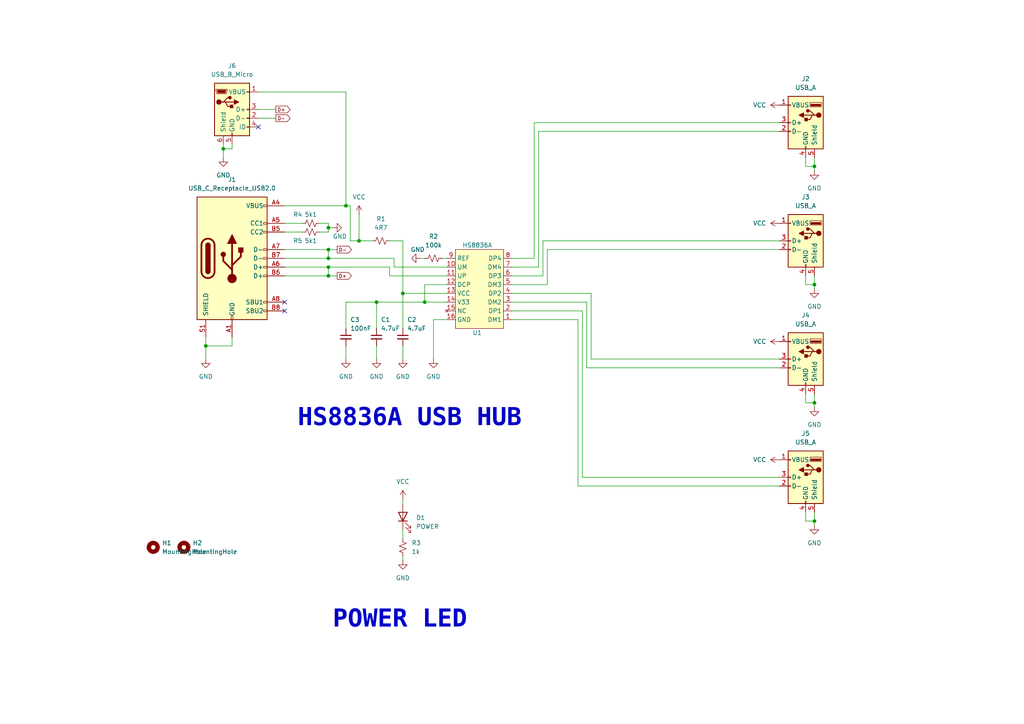
<source format=kicad_sch>
(kicad_sch (version 20230121) (generator eeschema)
  (paper "A4")
  (lib_symbols
    (symbol "Connector:USB_A" (pin_names (offset 1.016))
      (property "Reference" "J" (at -5.08 11.43 0))
      (property "Value" "USB_A" (at -5.08 8.89 0))
      (symbol "USB_A_0_1"
        (rectangle (start -5.08 -7.62) (end 5.08 7.62) (stroke (width 0.254)) (fill (type background)))
        (circle (center -3.81 2.159) (radius 0.635) (stroke (width 0.254)) (fill (type outline)))
        (rectangle (start -1.524 4.826) (end -4.318 5.334) (fill (type outline)))
        (rectangle (start -1.27 4.572) (end -4.572 5.842))
        (circle (center -0.635 3.429) (radius 0.381) (stroke (width 0.254)) (fill (type outline)))
        (rectangle (start -0.127 -7.62) (end 0.127 -6.858))
        (polyline (pts (xy -3.175 2.159) (xy -2.54 2.159) (xy -1.27 3.429) (xy -0.635 3.429)) (stroke (width 0.254)))
        (polyline (pts (xy -2.54 2.159) (xy -1.905 2.159) (xy -1.27 0.889) (xy 0 0.889)) (stroke (width 0.254)))
        (polyline (pts (xy 0.635 2.794) (xy 0.635 1.524) (xy 1.905 2.159) (xy 0.635 2.794)) (stroke (width 0.254)) (fill (type outline)))
        (rectangle (start 0.254 1.27) (end -0.508 0.508) (stroke (width 0.254)) (fill (type outline)))
        (rectangle (start 5.08 -2.667) (end 4.318 -2.413))
        (rectangle (start 5.08 -0.127) (end 4.318 0.127))
        (rectangle (start 5.08 4.953) (end 4.318 5.207))
      )
      (symbol "USB_A_1_1"
        (polyline (pts (xy -1.905 2.159) (xy 0.635 2.159)) (stroke (width 0.254)))
        (pin power_in line (at 7.62 5.08 180) (length 2.54) (name "VBUS") (number "1"))
        (pin bidirectional line (at 7.62 -2.54 180) (length 2.54) (name "D-") (number "2"))
        (pin bidirectional line (at 7.62 0 180) (length 2.54) (name "D+") (number "3"))
        (pin power_in line (at 0 -10.16 90) (length 2.54) (name "GND") (number "4"))
        (pin passive line (at -2.54 -10.16 90) (length 2.54) (name "Shield") (number "5"))
      )
    )
    (symbol "Connector:USB_B_Micro" (pin_names (offset 1.016))
      (property "Reference" "J" (at -5.08 11.43 0))
      (property "Value" "USB_B_Micro" (at -5.08 8.89 0))
      (symbol "USB_B_Micro_0_1"
        (rectangle (start -5.08 -7.62) (end 5.08 7.62) (stroke (width 0.254)) (fill (type background)))
        (circle (center -3.81 2.159) (radius 0.635) (stroke (width 0.254)) (fill (type outline)))
        (circle (center -0.635 3.429) (radius 0.381) (stroke (width 0.254)) (fill (type outline)))
        (rectangle (start -0.127 -7.62) (end 0.127 -6.858))
        (polyline (pts (xy -1.905 2.159) (xy 0.635 2.159)) (stroke (width 0.254)))
        (polyline (pts (xy -3.175 2.159) (xy -2.54 2.159) (xy -1.27 3.429) (xy -0.635 3.429)) (stroke (width 0.254)))
        (polyline (pts (xy -2.54 2.159) (xy -1.905 2.159) (xy -1.27 0.889) (xy 0 0.889)) (stroke (width 0.254)))
        (polyline (pts (xy 0.635 2.794) (xy 0.635 1.524) (xy 1.905 2.159) (xy 0.635 2.794)) (stroke (width 0.254)) (fill (type outline)))
        (polyline (pts (xy -4.318 5.588) (xy -1.778 5.588) (xy -2.032 4.826) (xy -4.064 4.826) (xy -4.318 5.588)) (fill (type outline)))
        (polyline (pts (xy -4.699 5.842) (xy -4.699 5.588) (xy -4.445 4.826) (xy -4.445 4.572) (xy -1.651 4.572) (xy -1.651 4.826) (xy -1.397 5.588) (xy -1.397 5.842) (xy -4.699 5.842)))
        (rectangle (start 0.254 1.27) (end -0.508 0.508) (stroke (width 0.254)) (fill (type outline)))
        (rectangle (start 5.08 -5.207) (end 4.318 -4.953))
        (rectangle (start 5.08 -2.667) (end 4.318 -2.413))
        (rectangle (start 5.08 -0.127) (end 4.318 0.127))
        (rectangle (start 5.08 4.953) (end 4.318 5.207))
      )
      (symbol "USB_B_Micro_1_1"
        (pin power_out line (at 7.62 5.08 180) (length 2.54) (name "VBUS") (number "1"))
        (pin bidirectional line (at 7.62 -2.54 180) (length 2.54) (name "D-") (number "2"))
        (pin bidirectional line (at 7.62 0 180) (length 2.54) (name "D+") (number "3"))
        (pin passive line (at 7.62 -5.08 180) (length 2.54) (name "ID") (number "4"))
        (pin power_out line (at 0 -10.16 90) (length 2.54) (name "GND") (number "5"))
        (pin passive line (at -2.54 -10.16 90) (length 2.54) (name "Shield") (number "6"))
      )
    )
    (symbol "Connector:USB_C_Receptacle_USB2.0" (pin_names (offset 1.016))
      (property "Reference" "J" (at -10.16 19.05 0))
      (property "Value" "USB_C_Receptacle_USB2.0" (at 19.05 19.05 0))
      (symbol "USB_C_Receptacle_USB2.0_0_0"
        (rectangle (start -0.254 -17.78) (end 0.254 -16.764))
        (rectangle (start 10.16 -14.986) (end 9.144 -15.494))
        (rectangle (start 10.16 -12.446) (end 9.144 -12.954))
        (rectangle (start 10.16 -4.826) (end 9.144 -5.334))
        (rectangle (start 10.16 -2.286) (end 9.144 -2.794))
        (rectangle (start 10.16 0.254) (end 9.144 -0.254))
        (rectangle (start 10.16 2.794) (end 9.144 2.286))
        (rectangle (start 10.16 7.874) (end 9.144 7.366))
        (rectangle (start 10.16 10.414) (end 9.144 9.906))
        (rectangle (start 10.16 15.494) (end 9.144 14.986))
      )
      (symbol "USB_C_Receptacle_USB2.0_0_1"
        (rectangle (start -10.16 17.78) (end 10.16 -17.78) (stroke (width 0.254)) (fill (type background)))
        (arc (start -8.89 -3.81) (mid -6.985 -5.7067) (end -5.08 -3.81) (stroke (width 0.508)))
        (arc (start -7.62 -3.81) (mid -6.985 -4.4423) (end -6.35 -3.81) (stroke (width 0.254)))
        (arc (start -7.62 -3.81) (mid -6.985 -4.4423) (end -6.35 -3.81) (stroke (width 0.254)) (fill (type outline)))
        (rectangle (start -7.62 -3.81) (end -6.35 3.81) (stroke (width 0.254)) (fill (type outline)))
        (arc (start -6.35 3.81) (mid -6.985 4.4423) (end -7.62 3.81) (stroke (width 0.254)))
        (arc (start -6.35 3.81) (mid -6.985 4.4423) (end -7.62 3.81) (stroke (width 0.254)) (fill (type outline)))
        (arc (start -5.08 3.81) (mid -6.985 5.7067) (end -8.89 3.81) (stroke (width 0.508)))
        (circle (center -2.54 1.143) (radius 0.635) (stroke (width 0.254)) (fill (type outline)))
        (circle (center 0 -5.842) (radius 1.27) (fill (type outline)))
        (polyline (pts (xy -8.89 -3.81) (xy -8.89 3.81)) (stroke (width 0.508)))
        (polyline (pts (xy -5.08 3.81) (xy -5.08 -3.81)) (stroke (width 0.508)))
        (polyline (pts (xy 0 -5.842) (xy 0 4.318)) (stroke (width 0.508)))
        (polyline (pts (xy 0 -3.302) (xy -2.54 -0.762) (xy -2.54 0.508)) (stroke (width 0.508)))
        (polyline (pts (xy 0 -2.032) (xy 2.54 0.508) (xy 2.54 1.778)) (stroke (width 0.508)))
        (polyline (pts (xy -1.27 4.318) (xy 0 6.858) (xy 1.27 4.318) (xy -1.27 4.318)) (stroke (width 0.254)) (fill (type outline)))
        (rectangle (start 1.905 1.778) (end 3.175 3.048) (stroke (width 0.254)) (fill (type outline)))
      )
      (symbol "USB_C_Receptacle_USB2.0_1_1"
        (pin passive line (at 0 -22.86 90) (length 5.08) (name "GND") (number "A1"))
        (pin passive line (at 0 -22.86 90) (length 5.08) hide (name "GND") (number "A12"))
        (pin passive line (at 15.24 15.24 180) (length 5.08) (name "VBUS") (number "A4"))
        (pin bidirectional line (at 15.24 10.16 180) (length 5.08) (name "CC1") (number "A5"))
        (pin bidirectional line (at 15.24 -2.54 180) (length 5.08) (name "D+") (number "A6"))
        (pin bidirectional line (at 15.24 2.54 180) (length 5.08) (name "D-") (number "A7"))
        (pin bidirectional line (at 15.24 -12.7 180) (length 5.08) (name "SBU1") (number "A8"))
        (pin passive line (at 15.24 15.24 180) (length 5.08) hide (name "VBUS") (number "A9"))
        (pin passive line (at 0 -22.86 90) (length 5.08) hide (name "GND") (number "B1"))
        (pin passive line (at 0 -22.86 90) (length 5.08) hide (name "GND") (number "B12"))
        (pin passive line (at 15.24 15.24 180) (length 5.08) hide (name "VBUS") (number "B4"))
        (pin bidirectional line (at 15.24 7.62 180) (length 5.08) (name "CC2") (number "B5"))
        (pin bidirectional line (at 15.24 -5.08 180) (length 5.08) (name "D+") (number "B6"))
        (pin bidirectional line (at 15.24 0 180) (length 5.08) (name "D-") (number "B7"))
        (pin bidirectional line (at 15.24 -15.24 180) (length 5.08) (name "SBU2") (number "B8"))
        (pin passive line (at 15.24 15.24 180) (length 5.08) hide (name "VBUS") (number "B9"))
        (pin passive line (at -7.62 -22.86 90) (length 5.08) (name "SHIELD") (number "S1"))
      )
    )
    (symbol "Device:C_Small" (pin_numbers hide) (pin_names (offset 0.254) hide)
      (property "Reference" "C" (at 0.254 1.778 0))
      (property "Value" "C_Small" (at 0.254 -2.032 0))
      (symbol "C_Small_0_1"
        (polyline (pts (xy -1.524 -0.508) (xy 1.524 -0.508)) (stroke (width 0.3302)))
        (polyline (pts (xy -1.524 0.508) (xy 1.524 0.508)) (stroke (width 0.3048)))
      )
      (symbol "C_Small_1_1"
        (pin passive line (at 0 2.54 270) (length 2.032) (name "~") (number "1"))
        (pin passive line (at 0 -2.54 90) (length 2.032) (name "~") (number "2"))
      )
    )
    (symbol "Device:LED" (pin_numbers hide) (pin_names (offset 1.016) hide)
      (property "Reference" "D" (at 0 2.54 0))
      (property "Value" "LED" (at 0 -2.54 0))
      (symbol "LED_0_1"
        (polyline (pts (xy -1.27 -1.27) (xy -1.27 1.27)) (stroke (width 0.254)))
        (polyline (pts (xy -1.27 0) (xy 1.27 0)))
        (polyline (pts (xy 1.27 -1.27) (xy 1.27 1.27) (xy -1.27 0) (xy 1.27 -1.27)) (stroke (width 0.254)))
        (polyline (pts (xy -3.048 -0.762) (xy -4.572 -2.286) (xy -3.81 -2.286) (xy -4.572 -2.286) (xy -4.572 -1.524)))
        (polyline (pts (xy -1.778 -0.762) (xy -3.302 -2.286) (xy -2.54 -2.286) (xy -3.302 -2.286) (xy -3.302 -1.524)))
      )
      (symbol "LED_1_1"
        (pin passive line (at -3.81 0 0) (length 2.54) (name "K") (number "1"))
        (pin passive line (at 3.81 0 180) (length 2.54) (name "A") (number "2"))
      )
    )
    (symbol "Device:R_Small_US" (pin_numbers hide) (pin_names (offset 0.254) hide)
      (property "Reference" "R" (at 0.762 0.508 0))
      (property "Value" "R_Small_US" (at 0.762 -1.016 0))
      (symbol "R_Small_US_1_1"
        (polyline (pts (xy 0 0) (xy 1.016 -0.381) (xy 0 -0.762) (xy -1.016 -1.143) (xy 0 -1.524)))
        (polyline (pts (xy 0 1.524) (xy 1.016 1.143) (xy 0 0.762) (xy -1.016 0.381) (xy 0 0)))
        (pin passive line (at 0 2.54 270) (length 1.016) (name "~") (number "1"))
        (pin passive line (at 0 -2.54 90) (length 1.016) (name "~") (number "2"))
      )
    )
    (symbol "EzerLonginus:HS8836A"
      (property "Reference" "U" (at 0 11.43 0))
      (symbol "HS8836A_1_1"
        (rectangle (start -7.62 10.16) (end 6.35 -12.7) (fill (type background)))
        (pin output line (at -10.16 7.62 0) (length 2.54) (name "DM1") (number "1"))
        (pin input line (at 8.89 -7.62 180) (length 2.54) (name "UM") (number "10"))
        (pin input line (at 8.89 -5.08 180) (length 2.54) (name "UP") (number "11"))
        (pin output line (at 8.89 -2.54 180) (length 2.54) (name "DCP") (number "12"))
        (pin power_in line (at 8.89 0 180) (length 2.54) (name "VCC") (number "13"))
        (pin power_in line (at 8.89 2.54 180) (length 2.54) (name "V33") (number "14"))
        (pin no_connect line (at 8.89 5.08 180) (length 2.54) (name "NC") (number "15"))
        (pin power_in line (at 8.89 7.62 180) (length 2.54) (name "GND") (number "16"))
        (pin output line (at -10.16 5.08 0) (length 2.54) (name "DP1") (number "2"))
        (pin output line (at -10.16 2.54 0) (length 2.54) (name "DM2") (number "3"))
        (pin output line (at -10.16 0 0) (length 2.54) (name "DP2") (number "4"))
        (pin output line (at -10.16 -2.54 0) (length 2.54) (name "DM3") (number "5"))
        (pin output line (at -10.16 -5.08 0) (length 2.54) (name "DP3") (number "6"))
        (pin output line (at -10.16 -7.62 0) (length 2.54) (name "DM4") (number "7"))
        (pin output line (at -10.16 -10.16 0) (length 2.54) (name "DP4") (number "8"))
        (pin output line (at 8.89 -10.16 180) (length 2.54) (name "REF") (number "9"))
      )
    )
    (symbol "Mechanical:MountingHole" (pin_names (offset 1.016))
      (property "Reference" "H" (at 0 5.08 0))
      (property "Value" "MountingHole" (at 0 3.175 0))
      (symbol "MountingHole_0_1"
        (circle (center 0 0) (radius 1.27) (stroke (width 1.27)))
      )
    )
    (symbol "power:GND" (power) (pin_names (offset 0))
      (property "Value" "GND" (at 0 -3.81 0))
      (symbol "GND_0_1"
        (polyline (pts (xy 0 0) (xy 0 -1.27) (xy 1.27 -1.27) (xy 0 -2.54) (xy -1.27 -1.27) (xy 0 -1.27)))
      )
      (symbol "GND_1_1"
        (pin power_in line (at 0 0 270) (length 0) hide (name "GND") (number "1"))
      )
    )
    (symbol "power:VCC" (power) (pin_names (offset 0))
      (property "Value" "VCC" (at 0 3.81 0))
      (symbol "VCC_0_1"
        (polyline (pts (xy -0.762 1.27) (xy 0 2.54)))
        (polyline (pts (xy 0 0) (xy 0 2.54)))
        (polyline (pts (xy 0 2.54) (xy 0.762 1.27)))
      )
      (symbol "VCC_1_1"
        (pin power_in line (at 0 0 90) (length 0) hide (name "VCC") (number "1"))
      )
    )
  )
  (junction (at 95.25 77.47))
  (junction (at 95.25 66.04))
  (junction (at 116.84 85.09))
  (junction (at 109.22 87.63))
  (junction (at 64.77 43.18))
  (junction (at 236.22 48.26))
  (junction (at 95.25 80.01))
  (junction (at 95.25 72.39))
  (junction (at 236.22 151.13))
  (junction (at 59.69 100.33))
  (junction (at 123.19 87.63))
  (junction (at 100.33 59.69))
  (junction (at 236.22 116.84))
  (junction (at 236.22 82.55))
  (junction (at 104.14 69.85))
  (junction (at 95.25 74.93))
  (no_connect (at 82.55 90.17))
  (no_connect (at 82.55 87.63))
  (no_connect (at 74.93 36.83))
  (wire (pts (xy 129.54 82.55) (xy 123.19 82.55)))
  (wire (pts (xy 100.33 100.33) (xy 100.33 104.14)))
  (wire (pts (xy 114.3 77.47) (xy 129.54 77.47)))
  (wire (pts (xy 156.21 77.47) (xy 156.21 38.1)))
  (wire (pts (xy 113.03 80.01) (xy 129.54 80.01)))
  (wire (pts (xy 123.19 82.55) (xy 123.19 87.63)))
  (wire (pts (xy 236.22 48.26) (xy 236.22 49.53)))
  (wire (pts (xy 226.06 69.85) (xy 157.48 69.85)))
  (wire (pts (xy 170.18 87.63) (xy 170.18 106.68)))
  (wire (pts (xy 59.69 100.33) (xy 59.69 104.14)))
  (wire (pts (xy 74.93 31.75) (xy 80.01 31.75)))
  (wire (pts (xy 233.68 114.3) (xy 233.68 116.84)))
  (wire (pts (xy 100.33 87.63) (xy 100.33 95.25)))
  (wire (pts (xy 95.25 67.31) (xy 92.71 67.31)))
  (wire (pts (xy 236.22 114.3) (xy 236.22 116.84)))
  (wire (pts (xy 116.84 144.78) (xy 116.84 146.05)))
  (wire (pts (xy 82.55 74.93) (xy 95.25 74.93)))
  (wire (pts (xy 59.69 100.33) (xy 67.31 100.33)))
  (wire (pts (xy 101.6 59.69) (xy 101.6 69.85)))
  (wire (pts (xy 157.48 69.85) (xy 157.48 80.01)))
  (wire (pts (xy 95.25 80.01) (xy 97.79 80.01)))
  (wire (pts (xy 233.68 48.26) (xy 236.22 48.26)))
  (wire (pts (xy 114.3 74.93) (xy 114.3 77.47)))
  (wire (pts (xy 148.59 90.17) (xy 168.91 90.17)))
  (wire (pts (xy 233.68 148.59) (xy 233.68 151.13)))
  (wire (pts (xy 95.25 64.77) (xy 95.25 66.04)))
  (wire (pts (xy 236.22 82.55) (xy 236.22 83.82)))
  (wire (pts (xy 116.84 85.09) (xy 116.84 95.25)))
  (wire (pts (xy 64.77 43.18) (xy 64.77 45.72)))
  (wire (pts (xy 148.59 77.47) (xy 156.21 77.47)))
  (wire (pts (xy 158.75 72.39) (xy 226.06 72.39)))
  (wire (pts (xy 123.19 87.63) (xy 109.22 87.63)))
  (wire (pts (xy 104.14 69.85) (xy 107.95 69.85)))
  (wire (pts (xy 121.92 74.93) (xy 123.19 74.93)))
  (wire (pts (xy 123.19 87.63) (xy 129.54 87.63)))
  (wire (pts (xy 226.06 104.14) (xy 171.45 104.14)))
  (wire (pts (xy 104.14 62.23) (xy 104.14 69.85)))
  (wire (pts (xy 82.55 64.77) (xy 87.63 64.77)))
  (wire (pts (xy 158.75 82.55) (xy 158.75 72.39)))
  (wire (pts (xy 171.45 85.09) (xy 171.45 104.14)))
  (wire (pts (xy 167.64 92.71) (xy 167.64 140.97)))
  (wire (pts (xy 148.59 82.55) (xy 158.75 82.55)))
  (wire (pts (xy 95.25 72.39) (xy 97.79 72.39)))
  (wire (pts (xy 109.22 87.63) (xy 109.22 95.25)))
  (wire (pts (xy 233.68 45.72) (xy 233.68 48.26)))
  (wire (pts (xy 236.22 151.13) (xy 236.22 152.4)))
  (wire (pts (xy 226.06 35.56) (xy 154.94 35.56)))
  (wire (pts (xy 129.54 92.71) (xy 125.73 92.71)))
  (wire (pts (xy 74.93 26.67) (xy 100.33 26.67)))
  (wire (pts (xy 116.84 153.67) (xy 116.84 156.21)))
  (wire (pts (xy 233.68 151.13) (xy 236.22 151.13)))
  (wire (pts (xy 125.73 92.71) (xy 125.73 104.14)))
  (wire (pts (xy 168.91 138.43) (xy 168.91 90.17)))
  (wire (pts (xy 64.77 41.91) (xy 64.77 43.18)))
  (wire (pts (xy 95.25 66.04) (xy 95.25 67.31)))
  (wire (pts (xy 148.59 87.63) (xy 170.18 87.63)))
  (wire (pts (xy 116.84 69.85) (xy 113.03 69.85)))
  (wire (pts (xy 233.68 80.01) (xy 233.68 82.55)))
  (wire (pts (xy 100.33 59.69) (xy 101.6 59.69)))
  (wire (pts (xy 128.27 74.93) (xy 129.54 74.93)))
  (wire (pts (xy 67.31 43.18) (xy 64.77 43.18)))
  (wire (pts (xy 59.69 97.79) (xy 59.69 100.33)))
  (wire (pts (xy 109.22 100.33) (xy 109.22 104.14)))
  (wire (pts (xy 82.55 77.47) (xy 95.25 77.47)))
  (wire (pts (xy 116.84 104.14) (xy 116.84 100.33)))
  (wire (pts (xy 82.55 80.01) (xy 95.25 80.01)))
  (wire (pts (xy 167.64 140.97) (xy 226.06 140.97)))
  (wire (pts (xy 233.68 82.55) (xy 236.22 82.55)))
  (wire (pts (xy 95.25 77.47) (xy 113.03 77.47)))
  (wire (pts (xy 101.6 69.85) (xy 104.14 69.85)))
  (wire (pts (xy 82.55 59.69) (xy 100.33 59.69)))
  (wire (pts (xy 100.33 26.67) (xy 100.33 59.69)))
  (wire (pts (xy 129.54 85.09) (xy 116.84 85.09)))
  (wire (pts (xy 67.31 41.91) (xy 67.31 43.18)))
  (wire (pts (xy 236.22 45.72) (xy 236.22 48.26)))
  (wire (pts (xy 82.55 67.31) (xy 87.63 67.31)))
  (wire (pts (xy 226.06 138.43) (xy 168.91 138.43)))
  (wire (pts (xy 170.18 106.68) (xy 226.06 106.68)))
  (wire (pts (xy 233.68 116.84) (xy 236.22 116.84)))
  (wire (pts (xy 156.21 38.1) (xy 226.06 38.1)))
  (wire (pts (xy 236.22 116.84) (xy 236.22 118.11)))
  (wire (pts (xy 116.84 162.56) (xy 116.84 161.29)))
  (wire (pts (xy 95.25 80.01) (xy 95.25 77.47)))
  (wire (pts (xy 148.59 92.71) (xy 167.64 92.71)))
  (wire (pts (xy 157.48 80.01) (xy 148.59 80.01)))
  (wire (pts (xy 113.03 77.47) (xy 113.03 80.01)))
  (wire (pts (xy 236.22 148.59) (xy 236.22 151.13)))
  (wire (pts (xy 236.22 80.01) (xy 236.22 82.55)))
  (wire (pts (xy 95.25 66.04) (xy 96.52 66.04)))
  (wire (pts (xy 154.94 35.56) (xy 154.94 74.93)))
  (wire (pts (xy 109.22 87.63) (xy 100.33 87.63)))
  (wire (pts (xy 82.55 72.39) (xy 95.25 72.39)))
  (wire (pts (xy 95.25 74.93) (xy 114.3 74.93)))
  (wire (pts (xy 154.94 74.93) (xy 148.59 74.93)))
  (wire (pts (xy 171.45 85.09) (xy 148.59 85.09)))
  (wire (pts (xy 74.93 34.29) (xy 80.01 34.29)))
  (wire (pts (xy 67.31 100.33) (xy 67.31 97.79)))
  (wire (pts (xy 92.71 64.77) (xy 95.25 64.77)))
  (wire (pts (xy 116.84 85.09) (xy 116.84 69.85)))
  (wire (pts (xy 95.25 72.39) (xy 95.25 74.93)))
  (text "HS8836A USB HUB" (at 86.36 125.73 0) (effects (font (size 5.14 5.14) (thickness 1.028) bold) (justify left bottom)))
  (text "POWER LED" (at 96.52 184.15 0) (effects (font (size 5.14 5.14) bold) (justify left bottom)))
  (global_label "D+" (shape output) (at 80.01 31.75 0) (effects (font (size 1 1))) (property "Intersheetrefs" "${INTERSHEET_REFS}" (effects hide)))
  (global_label "D-" (shape output) (at 80.01 34.29 0) (effects (font (size 1 1))) (property "Intersheetrefs" "${INTERSHEET_REFS}" (effects hide)))
  (global_label "D+" (shape output) (at 97.79 80.01 0) (effects (font (size 1 1))) (property "Intersheetrefs" "${INTERSHEET_REFS}" (effects hide)))
  (global_label "D-" (shape output) (at 97.79 72.39 0) (effects (font (size 1 1))) (property "Intersheetrefs" "${INTERSHEET_REFS}" (effects hide)))
  (symbol (lib_id "Connector:USB_A") (at 233.68 138.43 0) (mirror y) (unit 1)
    (property "Reference" "J5" (at 233.68 125.73 0))
    (property "Value" "USB_A" (at 233.68 128.27 0))
    (property "Footprint" "Connector_USB:USB_A_Molex_67643_Horizontal" (effects hide))
    (property "Datasheet" " ~" (effects hide))
  )
  (symbol (lib_id "EzerLonginus:HS8836A") (at 138.43 85.09 180) (unit 1)
    (property "Reference" "U1" (at 138.43 96.52 0))
    (property "Value" "HS8836A" (at 138.43 71.12 0))
    (property "Footprint" "Package_SO:SOP-16_4.4x10.4mm_P1.27mm" (effects hide))
  )
  (symbol (lib_id "Connector:USB_A") (at 233.68 35.56 0) (mirror y) (unit 1)
    (property "Reference" "J2" (at 233.68 22.86 0))
    (property "Value" "USB_A" (at 233.68 25.4 0))
    (property "Footprint" "Connector_USB:USB_A_Molex_67643_Horizontal" (effects hide))
    (property "Datasheet" " ~" (effects hide))
  )
  (symbol (lib_id "power:GND") (at 236.22 152.4 0) (unit 1)
    (property "Reference" "#PWR010" (effects hide))
    (property "Value" "GND" (at 236.22 157.48 0))
  )
  (symbol (lib_id "power:VCC") (at 104.14 62.23 0) (unit 1)
    (property "Reference" "#PWR011" (effects hide))
    (property "Value" "VCC" (at 104.14 57.15 0))
  )
  (symbol (lib_id "power:GND") (at 59.69 104.14 0) (unit 1)
    (property "Reference" "#PWR01" (effects hide))
    (property "Value" "GND" (at 59.69 109.22 0))
  )
  (symbol (lib_id "Mechanical:MountingHole") (at 53.34 158.75 0) (unit 1)
    (property "Reference" "H2" (at 55.88 157.48 0) (effects (justify left)))
    (property "Value" "MountingHole" (at 55.88 160.02 0) (effects (justify left)))
    (property "Footprint" "MountingHole:MountingHole_2.2mm_M2" (effects hide))
  )
  (symbol (lib_id "Device:C_Small") (at 100.33 97.79 0) (unit 1)
    (property "Reference" "C3" (at 101.6 92.71 0) (effects (justify left)))
    (property "Value" "100nF" (at 101.6 95.25 0) (effects (justify left)))
    (property "Footprint" "Capacitor_SMD:C_0603_1608Metric_Pad1.08x0.95mm_HandSolder" (effects hide))
  )
  (symbol (lib_id "power:GND") (at 236.22 83.82 0) (unit 1)
    (property "Reference" "#PWR08" (effects hide))
    (property "Value" "GND" (at 236.22 88.9 0))
  )
  (symbol (lib_id "Device:R_Small_US") (at 116.84 158.75 180) (unit 1)
    (property "Reference" "R3" (at 119.38 157.48 0) (effects (justify right)))
    (property "Value" "1k" (at 119.38 160.02 0) (effects (justify right)))
    (property "Footprint" "Resistor_SMD:R_0603_1608Metric_Pad0.98x0.95mm_HandSolder" (effects hide))
  )
  (symbol (lib_id "power:GND") (at 109.22 104.14 0) (unit 1)
    (property "Reference" "#PWR04" (effects hide))
    (property "Value" "GND" (at 109.22 109.22 0))
  )
  (symbol (lib_id "Device:R_Small_US") (at 110.49 69.85 90) (unit 1)
    (property "Reference" "R1" (at 110.49 63.5 90))
    (property "Value" "4R7" (at 110.49 66.04 90))
    (property "Footprint" "Resistor_SMD:R_0603_1608Metric_Pad0.98x0.95mm_HandSolder" (effects hide))
  )
  (symbol (lib_id "power:VCC") (at 226.06 133.35 90) (unit 1)
    (property "Reference" "#PWR015" (effects hide))
    (property "Value" "VCC" (at 222.25 133.35 90) (effects (justify left)))
  )
  (symbol (lib_id "power:VCC") (at 226.06 99.06 90) (unit 1)
    (property "Reference" "#PWR014" (effects hide))
    (property "Value" "VCC" (at 222.25 99.06 90) (effects (justify left)))
  )
  (symbol (lib_id "power:GND") (at 116.84 104.14 0) (unit 1)
    (property "Reference" "#PWR03" (effects hide))
    (property "Value" "GND" (at 116.84 109.22 0))
  )
  (symbol (lib_id "power:VCC") (at 116.84 144.78 0) (unit 1)
    (property "Reference" "#PWR017" (effects hide))
    (property "Value" "VCC" (at 116.84 139.7 0))
  )
  (symbol (lib_id "Mechanical:MountingHole") (at 44.45 158.75 0) (unit 1)
    (property "Reference" "H1" (at 46.99 157.48 0) (effects (justify left)))
    (property "Value" "MountingHole" (at 46.99 160.02 0) (effects (justify left)))
    (property "Footprint" "MountingHole:MountingHole_2.2mm_M2" (effects hide))
  )
  (symbol (lib_id "Device:R_Small_US") (at 125.73 74.93 90) (unit 1)
    (property "Reference" "R2" (at 125.73 68.58 90))
    (property "Value" "100k" (at 125.73 71.12 90))
    (property "Footprint" "Resistor_SMD:R_0603_1608Metric_Pad0.98x0.95mm_HandSolder" (effects hide))
  )
  (symbol (lib_id "Device:C_Small") (at 109.22 97.79 0) (unit 1)
    (property "Reference" "C1" (at 110.49 92.71 0) (effects (justify left)))
    (property "Value" "4.7uF" (at 110.49 95.25 0) (effects (justify left)))
    (property "Footprint" "Capacitor_SMD:C_0603_1608Metric_Pad1.08x0.95mm_HandSolder" (effects hide))
  )
  (symbol (lib_id "Connector:USB_B_Micro") (at 67.31 31.75 0) (unit 1)
    (property "Reference" "J6" (at 67.31 19.05 0))
    (property "Value" "USB_B_Micro" (at 67.31 21.59 0))
    (property "Footprint" "Connector_USB:USB_Micro-B_Amphenol_10118193-0001LF_Horizontal" (effects hide))
  )
  (symbol (lib_id "power:VCC") (at 226.06 64.77 90) (unit 1)
    (property "Reference" "#PWR013" (effects hide))
    (property "Value" "VCC" (at 222.25 64.77 90) (effects (justify left)))
  )
  (symbol (lib_id "Connector:USB_A") (at 233.68 69.85 0) (mirror y) (unit 1)
    (property "Reference" "J3" (at 233.68 57.15 0))
    (property "Value" "USB_A" (at 233.68 59.69 0))
    (property "Footprint" "Connector_USB:USB_A_Molex_67643_Horizontal" (effects hide))
    (property "Datasheet" " ~" (effects hide))
  )
  (symbol (lib_id "power:GND") (at 96.52 66.04 90) (unit 1)
    (property "Reference" "#PWR018" (effects hide))
    (property "Value" "GND" (at 96.52 68.58 90) (effects (justify right)))
  )
  (symbol (lib_id "power:VCC") (at 226.06 30.48 90) (unit 1)
    (property "Reference" "#PWR012" (effects hide))
    (property "Value" "VCC" (at 222.25 30.48 90) (effects (justify left)))
  )
  (symbol (lib_id "power:GND") (at 236.22 49.53 0) (unit 1)
    (property "Reference" "#PWR07" (effects hide))
    (property "Value" "GND" (at 236.22 54.61 0))
  )
  (symbol (lib_id "Device:C_Small") (at 116.84 97.79 0) (unit 1)
    (property "Reference" "C2" (at 118.11 92.71 0) (effects (justify left)))
    (property "Value" "4.7uF" (at 118.11 95.25 0) (effects (justify left)))
    (property "Footprint" "Capacitor_SMD:C_0603_1608Metric_Pad1.08x0.95mm_HandSolder" (effects hide))
  )
  (symbol (lib_id "Device:R_Small_US") (at 90.17 64.77 90) (unit 1)
    (property "Reference" "R4" (at 86.36 62.23 90))
    (property "Value" "5k1" (at 90.17 62.23 90))
    (property "Footprint" "Resistor_SMD:R_0603_1608Metric_Pad0.98x0.95mm_HandSolder" (effects hide))
  )
  (symbol (lib_id "Device:LED") (at 116.84 149.86 90) (unit 1)
    (property "Reference" "D1" (at 120.65 150.1775 90) (effects (justify right)))
    (property "Value" "POWER" (at 120.65 152.7175 90) (effects (justify right)))
    (property "Footprint" "LED_SMD:LED_1206_3216Metric" (effects hide))
  )
  (symbol (lib_id "power:GND") (at 116.84 162.56 0) (unit 1)
    (property "Reference" "#PWR016" (effects hide))
    (property "Value" "GND" (at 116.84 167.64 0))
  )
  (symbol (lib_id "power:GND") (at 64.77 45.72 0) (unit 1)
    (property "Reference" "#PWR019" (effects hide))
    (property "Value" "GND" (at 64.77 50.8 0))
  )
  (symbol (lib_id "Connector:USB_A") (at 233.68 104.14 0) (mirror y) (unit 1)
    (property "Reference" "J4" (at 233.68 91.44 0))
    (property "Value" "USB_A" (at 233.68 93.98 0))
    (property "Footprint" "Connector_USB:USB_A_Molex_67643_Horizontal" (effects hide))
    (property "Datasheet" " ~" (effects hide))
  )
  (symbol (lib_id "Device:R_Small_US") (at 90.17 67.31 90) (unit 1)
    (property "Reference" "R5" (at 86.36 69.85 90))
    (property "Value" "5k1" (at 90.17 69.85 90))
    (property "Footprint" "Resistor_SMD:R_0603_1608Metric_Pad0.98x0.95mm_HandSolder" (effects hide))
  )
  (symbol (lib_id "power:GND") (at 125.73 104.14 0) (unit 1)
    (property "Reference" "#PWR06" (effects hide))
    (property "Value" "GND" (at 125.73 109.22 0))
  )
  (symbol (lib_id "power:GND") (at 236.22 118.11 0) (unit 1)
    (property "Reference" "#PWR09" (effects hide))
    (property "Value" "GND" (at 236.22 123.19 0))
  )
  (symbol (lib_id "power:GND") (at 121.92 74.93 270) (unit 1)
    (property "Reference" "#PWR02" (effects hide))
    (property "Value" "GND" (at 123.19 72.39 90) (effects (justify right)))
  )
  (symbol (lib_id "power:GND") (at 100.33 104.14 0) (unit 1)
    (property "Reference" "#PWR05" (effects hide))
    (property "Value" "GND" (at 100.33 109.22 0))
  )
  (symbol (lib_id "Connector:USB_C_Receptacle_USB2.0") (at 67.31 74.93 0) (unit 1)
    (property "Reference" "J1" (at 67.31 52.07 0))
    (property "Value" "USB_C_Receptacle_USB2.0" (at 67.31 54.61 0))
    (property "Footprint" "Connector_USB:USB_C_Receptacle_HRO_TYPE-C-31-M-12" (effects hide))
    (property "Datasheet" "https://www.usb.org/sites/default/files/documents/usb_type-c.zip" (effects hide))
  )
)
</source>
